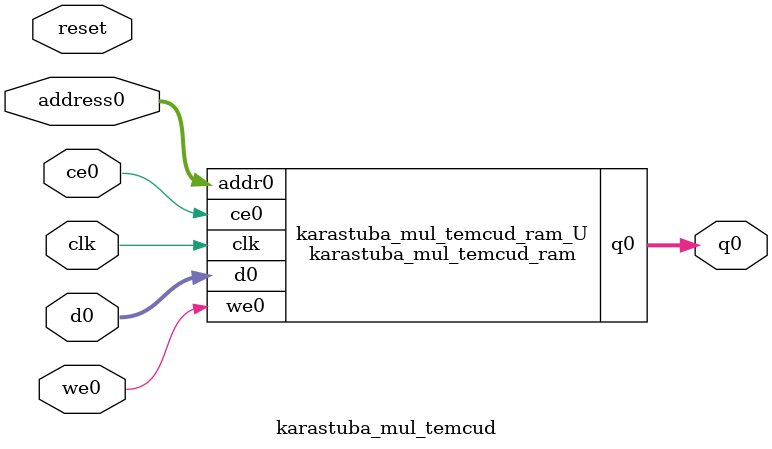
<source format=v>
`timescale 1 ns / 1 ps
module karastuba_mul_temcud_ram (addr0, ce0, d0, we0, q0,  clk);

parameter DWIDTH = 32;
parameter AWIDTH = 3;
parameter MEM_SIZE = 8;

input[AWIDTH-1:0] addr0;
input ce0;
input[DWIDTH-1:0] d0;
input we0;
output reg[DWIDTH-1:0] q0;
input clk;

(* ram_style = "distributed" *)reg [DWIDTH-1:0] ram[0:MEM_SIZE-1];




always @(posedge clk)  
begin 
    if (ce0) begin
        if (we0) 
            ram[addr0] <= d0; 
        q0 <= ram[addr0];
    end
end


endmodule

`timescale 1 ns / 1 ps
module karastuba_mul_temcud(
    reset,
    clk,
    address0,
    ce0,
    we0,
    d0,
    q0);

parameter DataWidth = 32'd32;
parameter AddressRange = 32'd8;
parameter AddressWidth = 32'd3;
input reset;
input clk;
input[AddressWidth - 1:0] address0;
input ce0;
input we0;
input[DataWidth - 1:0] d0;
output[DataWidth - 1:0] q0;



karastuba_mul_temcud_ram karastuba_mul_temcud_ram_U(
    .clk( clk ),
    .addr0( address0 ),
    .ce0( ce0 ),
    .we0( we0 ),
    .d0( d0 ),
    .q0( q0 ));

endmodule


</source>
